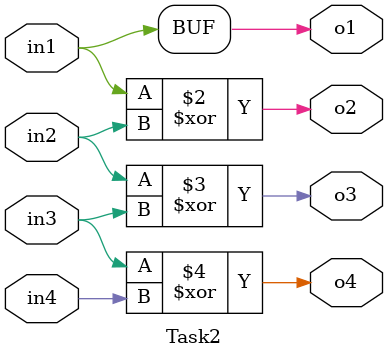
<source format=v>

module Task2(in1,in2,in3,in4,o1,o2,o3,o4);
input  in1,in2,in3,in4;
output o1,o2,o3,o4;
reg o1,o2,o3,o4;
always@(in1,in2,in3,in4)
begin
 o1 = in1;
 o2 =in1^in2;
 o3 = in2^in3;
 o4 =in3^in4;
end
endmodule

</source>
